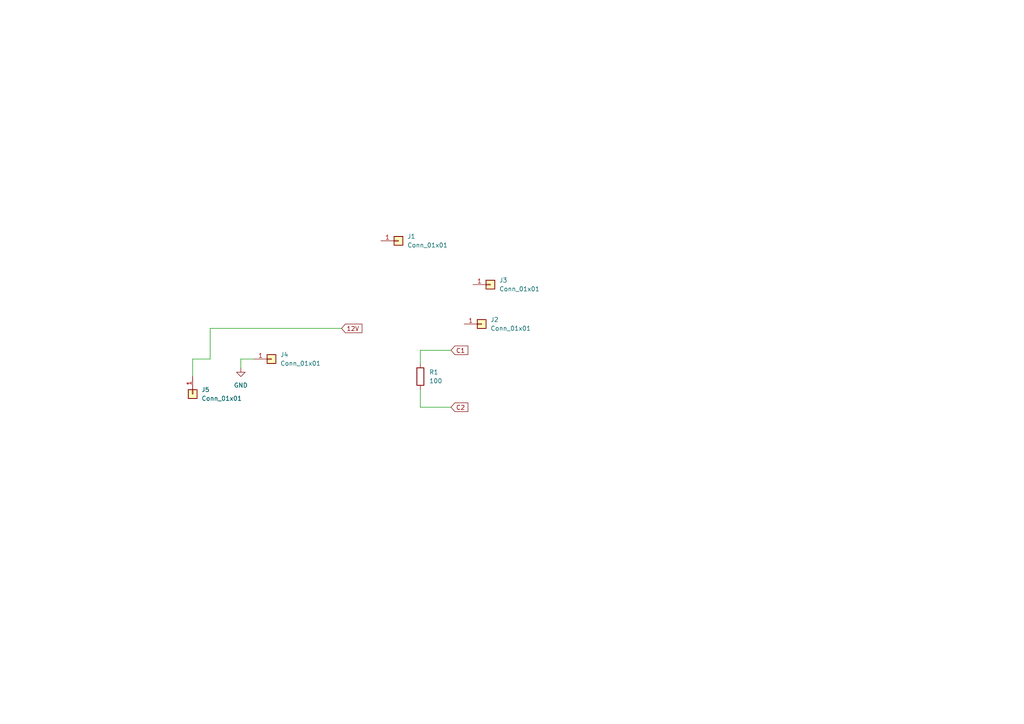
<source format=kicad_sch>
(kicad_sch (version 20230121) (generator eeschema)
  (paper "A4")
  (lib_symbols
    (symbol "Connector_Generic:Conn_01x01" (pin_names (offset 1.016) hide)
      (property "Reference" "J" (at 0 2.54 0))
      (property "Value" "Conn_01x01" (at 0 -2.54 0))
      (symbol "Conn_01x01_1_1"
        (rectangle (start -1.27 0.127) (end 0 -0.127) (stroke (width 0.1524)))
        (rectangle (start -1.27 1.27) (end 1.27 -1.27) (stroke (width 0.254)) (fill (type background)))
        (pin passive line (at -5.08 0 0) (length 3.81) (name "Pin_1") (number "1"))
      )
    )
    (symbol "Device:R" (pin_numbers hide) (pin_names (offset 0))
      (property "Reference" "R" (at 2.032 0 90))
      (property "Value" "R" (at 0 0 90))
      (symbol "R_0_1"
        (rectangle (start -1.016 -2.54) (end 1.016 2.54) (stroke (width 0.254)))
      )
      (symbol "R_1_1"
        (pin passive line (at 0 3.81 270) (length 1.27) (name "~") (number "1"))
        (pin passive line (at 0 -3.81 90) (length 1.27) (name "~") (number "2"))
      )
    )
    (symbol "power:GND" (power) (pin_names (offset 0))
      (property "Value" "GND" (at 0 -3.81 0))
      (symbol "GND_0_1"
        (polyline (pts (xy 0 0) (xy 0 -1.27) (xy 1.27 -1.27) (xy 0 -2.54) (xy -1.27 -1.27) (xy 0 -1.27)))
      )
      (symbol "GND_1_1"
        (pin power_in line (at 0 0 270) (length 0) hide (name "GND") (number "1"))
      )
    )
  )
  (wire (pts (xy 55.88 109.22) (xy 55.88 104.14)))
  (wire (pts (xy 55.88 104.14) (xy 60.96 104.14)))
  (wire (pts (xy 121.92 101.6) (xy 130.81 101.6)))
  (wire (pts (xy 69.85 106.68) (xy 69.85 104.14)))
  (wire (pts (xy 121.92 118.11) (xy 130.81 118.11)))
  (wire (pts (xy 121.92 113.03) (xy 121.92 118.11)))
  (wire (pts (xy 60.96 95.25) (xy 99.06 95.25)))
  (wire (pts (xy 121.92 105.41) (xy 121.92 101.6)))
  (wire (pts (xy 60.96 95.25) (xy 60.96 104.14)))
  (wire (pts (xy 69.85 104.14) (xy 73.66 104.14)))
  (global_label "C2" (shape input) (at 130.81 118.11 0) (property "Intersheetrefs" "${INTERSHEET_REFS}" (effects hide)))
  (global_label "12V" (shape input) (at 99.06 95.25 0) (property "Intersheetrefs" "${INTERSHEET_REFS}" (effects hide)))
  (global_label "C1" (shape input) (at 130.81 101.6 0) (property "Intersheetrefs" "${INTERSHEET_REFS}" (effects hide)))
  (symbol (lib_id "power:GND") (at 69.85 106.68 0) (unit 1)
    (property "Reference" "#PWR02" (effects hide))
    (property "Value" "GND" (at 69.85 111.76 0))
  )
  (symbol (lib_id "Connector_Generic:Conn_01x01") (at 139.7 93.98 0) (unit 1)
    (property "Reference" "J2" (at 142.24 92.71 0) (effects (justify left)))
    (property "Value" "Conn_01x01" (at 142.24 95.25 0) (effects (justify left)))
    (property "Footprint" "MKL:PogoPin_1x01" (effects hide))
  )
  (symbol (lib_id "Connector_Generic:Conn_01x01") (at 142.24 82.55 0) (unit 1)
    (property "Reference" "J3" (at 144.78 81.28 0) (effects (justify left)))
    (property "Value" "Conn_01x01" (at 144.78 83.82 0) (effects (justify left)))
    (property "Footprint" "MKL:PogoPin_1x01" (effects hide))
  )
  (symbol (lib_id "Connector_Generic:Conn_01x01") (at 78.74 104.14 0) (unit 1)
    (property "Reference" "J4" (at 81.28 102.87 0) (effects (justify left)))
    (property "Value" "Conn_01x01" (at 81.28 105.41 0) (effects (justify left)))
  )
  (symbol (lib_id "Connector_Generic:Conn_01x01") (at 55.88 114.3 270) (unit 1)
    (property "Reference" "J5" (at 58.42 113.03 90) (effects (justify left)))
    (property "Value" "Conn_01x01" (at 58.42 115.57 90) (effects (justify left)))
  )
  (symbol (lib_id "Connector_Generic:Conn_01x01") (at 115.57 69.85 0) (unit 1)
    (property "Reference" "J1" (at 118.11 68.58 0) (effects (justify left)))
    (property "Value" "Conn_01x01" (at 118.11 71.12 0) (effects (justify left)))
    (property "Footprint" "MKL:PogoPin_1x01" (effects hide))
  )
  (symbol (lib_id "Device:R") (at 121.92 109.22 0) (unit 1)
    (property "Reference" "R1" (at 124.46 107.95 0) (effects (justify left)))
    (property "Value" "100" (at 124.46 110.49 0) (effects (justify left)))
    (property "Footprint" "Resistor_SMD:R_0805_2012Metric" (effects hide))
  )
)
</source>
